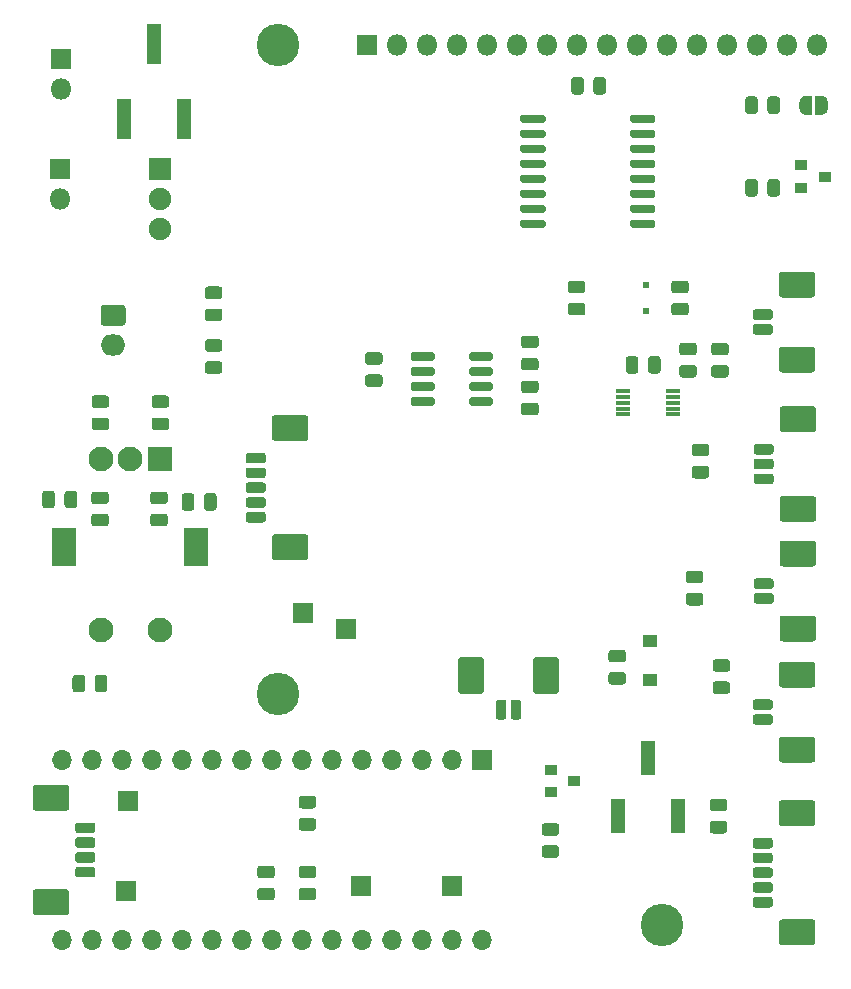
<source format=gbs>
G04 #@! TF.GenerationSoftware,KiCad,Pcbnew,5.1.6+dfsg1-1~bpo9+1*
G04 #@! TF.CreationDate,2022-04-20T06:51:38+02:00*
G04 #@! TF.ProjectId,sdrtrx-arduino,73647274-7278-42d6-9172-6475696e6f2e,rev?*
G04 #@! TF.SameCoordinates,Original*
G04 #@! TF.FileFunction,Soldermask,Bot*
G04 #@! TF.FilePolarity,Negative*
%FSLAX46Y46*%
G04 Gerber Fmt 4.6, Leading zero omitted, Abs format (unit mm)*
G04 Created by KiCad (PCBNEW 5.1.6+dfsg1-1~bpo9+1) date 2022-04-20 06:51:38*
%MOMM*%
%LPD*%
G01*
G04 APERTURE LIST*
%ADD10R,1.300000X1.000000*%
%ADD11R,1.800000X1.800000*%
%ADD12R,1.200000X0.350000*%
%ADD13R,1.290000X3.400000*%
%ADD14R,0.600000X0.600000*%
%ADD15O,2.100000X1.800000*%
%ADD16R,2.100000X2.100000*%
%ADD17C,2.100000*%
%ADD18R,2.100000X3.300000*%
%ADD19R,1.290000X2.890000*%
%ADD20R,1.000000X0.900000*%
%ADD21O,1.900000X1.900000*%
%ADD22R,1.900000X1.900000*%
%ADD23C,0.100000*%
%ADD24O,1.800000X1.800000*%
%ADD25C,3.600000*%
%ADD26O,1.700000X1.700000*%
%ADD27R,1.700000X1.700000*%
G04 APERTURE END LIST*
G36*
G01*
X150718750Y-75600000D02*
X151681250Y-75600000D01*
G75*
G02*
X151950000Y-75868750I0J-268750D01*
G01*
X151950000Y-76406250D01*
G75*
G02*
X151681250Y-76675000I-268750J0D01*
G01*
X150718750Y-76675000D01*
G75*
G02*
X150450000Y-76406250I0J268750D01*
G01*
X150450000Y-75868750D01*
G75*
G02*
X150718750Y-75600000I268750J0D01*
G01*
G37*
G36*
G01*
X150718750Y-73725000D02*
X151681250Y-73725000D01*
G75*
G02*
X151950000Y-73993750I0J-268750D01*
G01*
X151950000Y-74531250D01*
G75*
G02*
X151681250Y-74800000I-268750J0D01*
G01*
X150718750Y-74800000D01*
G75*
G02*
X150450000Y-74531250I0J268750D01*
G01*
X150450000Y-73993750D01*
G75*
G02*
X150718750Y-73725000I268750J0D01*
G01*
G37*
D10*
X154000000Y-76250000D03*
X154000000Y-72950000D03*
D11*
X124600000Y-70600000D03*
X128200000Y-72000000D03*
G36*
G01*
X135750000Y-48720000D02*
X135750000Y-49070000D01*
G75*
G02*
X135575000Y-49245000I-175000J0D01*
G01*
X133875000Y-49245000D01*
G75*
G02*
X133700000Y-49070000I0J175000D01*
G01*
X133700000Y-48720000D01*
G75*
G02*
X133875000Y-48545000I175000J0D01*
G01*
X135575000Y-48545000D01*
G75*
G02*
X135750000Y-48720000I0J-175000D01*
G01*
G37*
G36*
G01*
X135750000Y-49990000D02*
X135750000Y-50340000D01*
G75*
G02*
X135575000Y-50515000I-175000J0D01*
G01*
X133875000Y-50515000D01*
G75*
G02*
X133700000Y-50340000I0J175000D01*
G01*
X133700000Y-49990000D01*
G75*
G02*
X133875000Y-49815000I175000J0D01*
G01*
X135575000Y-49815000D01*
G75*
G02*
X135750000Y-49990000I0J-175000D01*
G01*
G37*
G36*
G01*
X135750000Y-51260000D02*
X135750000Y-51610000D01*
G75*
G02*
X135575000Y-51785000I-175000J0D01*
G01*
X133875000Y-51785000D01*
G75*
G02*
X133700000Y-51610000I0J175000D01*
G01*
X133700000Y-51260000D01*
G75*
G02*
X133875000Y-51085000I175000J0D01*
G01*
X135575000Y-51085000D01*
G75*
G02*
X135750000Y-51260000I0J-175000D01*
G01*
G37*
G36*
G01*
X135750000Y-52530000D02*
X135750000Y-52880000D01*
G75*
G02*
X135575000Y-53055000I-175000J0D01*
G01*
X133875000Y-53055000D01*
G75*
G02*
X133700000Y-52880000I0J175000D01*
G01*
X133700000Y-52530000D01*
G75*
G02*
X133875000Y-52355000I175000J0D01*
G01*
X135575000Y-52355000D01*
G75*
G02*
X135750000Y-52530000I0J-175000D01*
G01*
G37*
G36*
G01*
X140700000Y-52530000D02*
X140700000Y-52880000D01*
G75*
G02*
X140525000Y-53055000I-175000J0D01*
G01*
X138825000Y-53055000D01*
G75*
G02*
X138650000Y-52880000I0J175000D01*
G01*
X138650000Y-52530000D01*
G75*
G02*
X138825000Y-52355000I175000J0D01*
G01*
X140525000Y-52355000D01*
G75*
G02*
X140700000Y-52530000I0J-175000D01*
G01*
G37*
G36*
G01*
X140700000Y-51260000D02*
X140700000Y-51610000D01*
G75*
G02*
X140525000Y-51785000I-175000J0D01*
G01*
X138825000Y-51785000D01*
G75*
G02*
X138650000Y-51610000I0J175000D01*
G01*
X138650000Y-51260000D01*
G75*
G02*
X138825000Y-51085000I175000J0D01*
G01*
X140525000Y-51085000D01*
G75*
G02*
X140700000Y-51260000I0J-175000D01*
G01*
G37*
G36*
G01*
X140700000Y-49990000D02*
X140700000Y-50340000D01*
G75*
G02*
X140525000Y-50515000I-175000J0D01*
G01*
X138825000Y-50515000D01*
G75*
G02*
X138650000Y-50340000I0J175000D01*
G01*
X138650000Y-49990000D01*
G75*
G02*
X138825000Y-49815000I175000J0D01*
G01*
X140525000Y-49815000D01*
G75*
G02*
X140700000Y-49990000I0J-175000D01*
G01*
G37*
G36*
G01*
X140700000Y-48720000D02*
X140700000Y-49070000D01*
G75*
G02*
X140525000Y-49245000I-175000J0D01*
G01*
X138825000Y-49245000D01*
G75*
G02*
X138650000Y-49070000I0J175000D01*
G01*
X138650000Y-48720000D01*
G75*
G02*
X138825000Y-48545000I175000J0D01*
G01*
X140525000Y-48545000D01*
G75*
G02*
X140700000Y-48720000I0J-175000D01*
G01*
G37*
D12*
X151650000Y-51800000D03*
X151650000Y-52300000D03*
X151650000Y-52800000D03*
X151650000Y-53300000D03*
X151650000Y-53800000D03*
X155950000Y-53800000D03*
X155950000Y-53300000D03*
X155950000Y-52800000D03*
X155950000Y-52300000D03*
X155950000Y-51800000D03*
G36*
G01*
X143318750Y-49000000D02*
X144281250Y-49000000D01*
G75*
G02*
X144550000Y-49268750I0J-268750D01*
G01*
X144550000Y-49806250D01*
G75*
G02*
X144281250Y-50075000I-268750J0D01*
G01*
X143318750Y-50075000D01*
G75*
G02*
X143050000Y-49806250I0J268750D01*
G01*
X143050000Y-49268750D01*
G75*
G02*
X143318750Y-49000000I268750J0D01*
G01*
G37*
G36*
G01*
X143318750Y-47125000D02*
X144281250Y-47125000D01*
G75*
G02*
X144550000Y-47393750I0J-268750D01*
G01*
X144550000Y-47931250D01*
G75*
G02*
X144281250Y-48200000I-268750J0D01*
G01*
X143318750Y-48200000D01*
G75*
G02*
X143050000Y-47931250I0J268750D01*
G01*
X143050000Y-47393750D01*
G75*
G02*
X143318750Y-47125000I268750J0D01*
G01*
G37*
G36*
G01*
X144281250Y-52000000D02*
X143318750Y-52000000D01*
G75*
G02*
X143050000Y-51731250I0J268750D01*
G01*
X143050000Y-51193750D01*
G75*
G02*
X143318750Y-50925000I268750J0D01*
G01*
X144281250Y-50925000D01*
G75*
G02*
X144550000Y-51193750I0J-268750D01*
G01*
X144550000Y-51731250D01*
G75*
G02*
X144281250Y-52000000I-268750J0D01*
G01*
G37*
G36*
G01*
X144281250Y-53875000D02*
X143318750Y-53875000D01*
G75*
G02*
X143050000Y-53606250I0J268750D01*
G01*
X143050000Y-53068750D01*
G75*
G02*
X143318750Y-52800000I268750J0D01*
G01*
X144281250Y-52800000D01*
G75*
G02*
X144550000Y-53068750I0J-268750D01*
G01*
X144550000Y-53606250D01*
G75*
G02*
X144281250Y-53875000I-268750J0D01*
G01*
G37*
G36*
G01*
X153800000Y-50081250D02*
X153800000Y-49118750D01*
G75*
G02*
X154068750Y-48850000I268750J0D01*
G01*
X154606250Y-48850000D01*
G75*
G02*
X154875000Y-49118750I0J-268750D01*
G01*
X154875000Y-50081250D01*
G75*
G02*
X154606250Y-50350000I-268750J0D01*
G01*
X154068750Y-50350000D01*
G75*
G02*
X153800000Y-50081250I0J268750D01*
G01*
G37*
G36*
G01*
X151925000Y-50081250D02*
X151925000Y-49118750D01*
G75*
G02*
X152193750Y-48850000I268750J0D01*
G01*
X152731250Y-48850000D01*
G75*
G02*
X153000000Y-49118750I0J-268750D01*
G01*
X153000000Y-50081250D01*
G75*
G02*
X152731250Y-50350000I-268750J0D01*
G01*
X152193750Y-50350000D01*
G75*
G02*
X151925000Y-50081250I0J268750D01*
G01*
G37*
D13*
X114540000Y-28800000D03*
X112000000Y-22400000D03*
X109460000Y-28800000D03*
G36*
G01*
X106918750Y-62200000D02*
X107881250Y-62200000D01*
G75*
G02*
X108150000Y-62468750I0J-268750D01*
G01*
X108150000Y-63006250D01*
G75*
G02*
X107881250Y-63275000I-268750J0D01*
G01*
X106918750Y-63275000D01*
G75*
G02*
X106650000Y-63006250I0J268750D01*
G01*
X106650000Y-62468750D01*
G75*
G02*
X106918750Y-62200000I268750J0D01*
G01*
G37*
G36*
G01*
X106918750Y-60325000D02*
X107881250Y-60325000D01*
G75*
G02*
X108150000Y-60593750I0J-268750D01*
G01*
X108150000Y-61131250D01*
G75*
G02*
X107881250Y-61400000I-268750J0D01*
G01*
X106918750Y-61400000D01*
G75*
G02*
X106650000Y-61131250I0J268750D01*
G01*
X106650000Y-60593750D01*
G75*
G02*
X106918750Y-60325000I268750J0D01*
G01*
G37*
G36*
G01*
X112881250Y-61400000D02*
X111918750Y-61400000D01*
G75*
G02*
X111650000Y-61131250I0J268750D01*
G01*
X111650000Y-60593750D01*
G75*
G02*
X111918750Y-60325000I268750J0D01*
G01*
X112881250Y-60325000D01*
G75*
G02*
X113150000Y-60593750I0J-268750D01*
G01*
X113150000Y-61131250D01*
G75*
G02*
X112881250Y-61400000I-268750J0D01*
G01*
G37*
G36*
G01*
X112881250Y-63275000D02*
X111918750Y-63275000D01*
G75*
G02*
X111650000Y-63006250I0J268750D01*
G01*
X111650000Y-62468750D01*
G75*
G02*
X111918750Y-62200000I268750J0D01*
G01*
X112881250Y-62200000D01*
G75*
G02*
X113150000Y-62468750I0J-268750D01*
G01*
X113150000Y-63006250D01*
G75*
G02*
X112881250Y-63275000I-268750J0D01*
G01*
G37*
G36*
G01*
X144075000Y-77188095D02*
X144075000Y-74611905D01*
G75*
G02*
X144336905Y-74350000I261905J0D01*
G01*
X146013095Y-74350000D01*
G75*
G02*
X146275000Y-74611905I0J-261905D01*
G01*
X146275000Y-77188095D01*
G75*
G02*
X146013095Y-77450000I-261905J0D01*
G01*
X144336905Y-77450000D01*
G75*
G02*
X144075000Y-77188095I0J261905D01*
G01*
G37*
G36*
G01*
X137725000Y-77188095D02*
X137725000Y-74611905D01*
G75*
G02*
X137986905Y-74350000I261905J0D01*
G01*
X139663095Y-74350000D01*
G75*
G02*
X139925000Y-74611905I0J-261905D01*
G01*
X139925000Y-77188095D01*
G75*
G02*
X139663095Y-77450000I-261905J0D01*
G01*
X137986905Y-77450000D01*
G75*
G02*
X137725000Y-77188095I0J261905D01*
G01*
G37*
G36*
G01*
X142175000Y-79425000D02*
X142175000Y-78175000D01*
G75*
G02*
X142400000Y-77950000I225000J0D01*
G01*
X142850000Y-77950000D01*
G75*
G02*
X143075000Y-78175000I0J-225000D01*
G01*
X143075000Y-79425000D01*
G75*
G02*
X142850000Y-79650000I-225000J0D01*
G01*
X142400000Y-79650000D01*
G75*
G02*
X142175000Y-79425000I0J225000D01*
G01*
G37*
G36*
G01*
X140925000Y-79425000D02*
X140925000Y-78175000D01*
G75*
G02*
X141150000Y-77950000I225000J0D01*
G01*
X141600000Y-77950000D01*
G75*
G02*
X141825000Y-78175000I0J-225000D01*
G01*
X141825000Y-79425000D01*
G75*
G02*
X141600000Y-79650000I-225000J0D01*
G01*
X141150000Y-79650000D01*
G75*
G02*
X140925000Y-79425000I0J225000D01*
G01*
G37*
G36*
G01*
X165137405Y-96550000D02*
X167713595Y-96550000D01*
G75*
G02*
X167975500Y-96811905I0J-261905D01*
G01*
X167975500Y-98488095D01*
G75*
G02*
X167713595Y-98750000I-261905J0D01*
G01*
X165137405Y-98750000D01*
G75*
G02*
X164875500Y-98488095I0J261905D01*
G01*
X164875500Y-96811905D01*
G75*
G02*
X165137405Y-96550000I261905J0D01*
G01*
G37*
G36*
G01*
X165137405Y-86450000D02*
X167713595Y-86450000D01*
G75*
G02*
X167975500Y-86711905I0J-261905D01*
G01*
X167975500Y-88388095D01*
G75*
G02*
X167713595Y-88650000I-261905J0D01*
G01*
X165137405Y-88650000D01*
G75*
G02*
X164875500Y-88388095I0J261905D01*
G01*
X164875500Y-86711905D01*
G75*
G02*
X165137405Y-86450000I261905J0D01*
G01*
G37*
G36*
G01*
X162900500Y-94650000D02*
X164150500Y-94650000D01*
G75*
G02*
X164375500Y-94875000I0J-225000D01*
G01*
X164375500Y-95325000D01*
G75*
G02*
X164150500Y-95550000I-225000J0D01*
G01*
X162900500Y-95550000D01*
G75*
G02*
X162675500Y-95325000I0J225000D01*
G01*
X162675500Y-94875000D01*
G75*
G02*
X162900500Y-94650000I225000J0D01*
G01*
G37*
G36*
G01*
X162900500Y-93400000D02*
X164150500Y-93400000D01*
G75*
G02*
X164375500Y-93625000I0J-225000D01*
G01*
X164375500Y-94075000D01*
G75*
G02*
X164150500Y-94300000I-225000J0D01*
G01*
X162900500Y-94300000D01*
G75*
G02*
X162675500Y-94075000I0J225000D01*
G01*
X162675500Y-93625000D01*
G75*
G02*
X162900500Y-93400000I225000J0D01*
G01*
G37*
G36*
G01*
X162900500Y-92150000D02*
X164150500Y-92150000D01*
G75*
G02*
X164375500Y-92375000I0J-225000D01*
G01*
X164375500Y-92825000D01*
G75*
G02*
X164150500Y-93050000I-225000J0D01*
G01*
X162900500Y-93050000D01*
G75*
G02*
X162675500Y-92825000I0J225000D01*
G01*
X162675500Y-92375000D01*
G75*
G02*
X162900500Y-92150000I225000J0D01*
G01*
G37*
G36*
G01*
X162900500Y-90900000D02*
X164150500Y-90900000D01*
G75*
G02*
X164375500Y-91125000I0J-225000D01*
G01*
X164375500Y-91575000D01*
G75*
G02*
X164150500Y-91800000I-225000J0D01*
G01*
X162900500Y-91800000D01*
G75*
G02*
X162675500Y-91575000I0J225000D01*
G01*
X162675500Y-91125000D01*
G75*
G02*
X162900500Y-90900000I225000J0D01*
G01*
G37*
G36*
G01*
X162900500Y-89650000D02*
X164150500Y-89650000D01*
G75*
G02*
X164375500Y-89875000I0J-225000D01*
G01*
X164375500Y-90325000D01*
G75*
G02*
X164150500Y-90550000I-225000J0D01*
G01*
X162900500Y-90550000D01*
G75*
G02*
X162675500Y-90325000I0J225000D01*
G01*
X162675500Y-89875000D01*
G75*
G02*
X162900500Y-89650000I225000J0D01*
G01*
G37*
G36*
G01*
X122211905Y-63950000D02*
X124788095Y-63950000D01*
G75*
G02*
X125050000Y-64211905I0J-261905D01*
G01*
X125050000Y-65888095D01*
G75*
G02*
X124788095Y-66150000I-261905J0D01*
G01*
X122211905Y-66150000D01*
G75*
G02*
X121950000Y-65888095I0J261905D01*
G01*
X121950000Y-64211905D01*
G75*
G02*
X122211905Y-63950000I261905J0D01*
G01*
G37*
G36*
G01*
X122211905Y-53850000D02*
X124788095Y-53850000D01*
G75*
G02*
X125050000Y-54111905I0J-261905D01*
G01*
X125050000Y-55788095D01*
G75*
G02*
X124788095Y-56050000I-261905J0D01*
G01*
X122211905Y-56050000D01*
G75*
G02*
X121950000Y-55788095I0J261905D01*
G01*
X121950000Y-54111905D01*
G75*
G02*
X122211905Y-53850000I261905J0D01*
G01*
G37*
G36*
G01*
X119975000Y-62050000D02*
X121225000Y-62050000D01*
G75*
G02*
X121450000Y-62275000I0J-225000D01*
G01*
X121450000Y-62725000D01*
G75*
G02*
X121225000Y-62950000I-225000J0D01*
G01*
X119975000Y-62950000D01*
G75*
G02*
X119750000Y-62725000I0J225000D01*
G01*
X119750000Y-62275000D01*
G75*
G02*
X119975000Y-62050000I225000J0D01*
G01*
G37*
G36*
G01*
X119975000Y-60800000D02*
X121225000Y-60800000D01*
G75*
G02*
X121450000Y-61025000I0J-225000D01*
G01*
X121450000Y-61475000D01*
G75*
G02*
X121225000Y-61700000I-225000J0D01*
G01*
X119975000Y-61700000D01*
G75*
G02*
X119750000Y-61475000I0J225000D01*
G01*
X119750000Y-61025000D01*
G75*
G02*
X119975000Y-60800000I225000J0D01*
G01*
G37*
G36*
G01*
X119975000Y-59550000D02*
X121225000Y-59550000D01*
G75*
G02*
X121450000Y-59775000I0J-225000D01*
G01*
X121450000Y-60225000D01*
G75*
G02*
X121225000Y-60450000I-225000J0D01*
G01*
X119975000Y-60450000D01*
G75*
G02*
X119750000Y-60225000I0J225000D01*
G01*
X119750000Y-59775000D01*
G75*
G02*
X119975000Y-59550000I225000J0D01*
G01*
G37*
G36*
G01*
X119975000Y-58300000D02*
X121225000Y-58300000D01*
G75*
G02*
X121450000Y-58525000I0J-225000D01*
G01*
X121450000Y-58975000D01*
G75*
G02*
X121225000Y-59200000I-225000J0D01*
G01*
X119975000Y-59200000D01*
G75*
G02*
X119750000Y-58975000I0J225000D01*
G01*
X119750000Y-58525000D01*
G75*
G02*
X119975000Y-58300000I225000J0D01*
G01*
G37*
G36*
G01*
X119975000Y-57050000D02*
X121225000Y-57050000D01*
G75*
G02*
X121450000Y-57275000I0J-225000D01*
G01*
X121450000Y-57725000D01*
G75*
G02*
X121225000Y-57950000I-225000J0D01*
G01*
X119975000Y-57950000D01*
G75*
G02*
X119750000Y-57725000I0J225000D01*
G01*
X119750000Y-57275000D01*
G75*
G02*
X119975000Y-57050000I225000J0D01*
G01*
G37*
G36*
G01*
X103600000Y-60518750D02*
X103600000Y-61481250D01*
G75*
G02*
X103331250Y-61750000I-268750J0D01*
G01*
X102793750Y-61750000D01*
G75*
G02*
X102525000Y-61481250I0J268750D01*
G01*
X102525000Y-60518750D01*
G75*
G02*
X102793750Y-60250000I268750J0D01*
G01*
X103331250Y-60250000D01*
G75*
G02*
X103600000Y-60518750I0J-268750D01*
G01*
G37*
G36*
G01*
X105475000Y-60518750D02*
X105475000Y-61481250D01*
G75*
G02*
X105206250Y-61750000I-268750J0D01*
G01*
X104668750Y-61750000D01*
G75*
G02*
X104400000Y-61481250I0J268750D01*
G01*
X104400000Y-60518750D01*
G75*
G02*
X104668750Y-60250000I268750J0D01*
G01*
X105206250Y-60250000D01*
G75*
G02*
X105475000Y-60518750I0J-268750D01*
G01*
G37*
G36*
G01*
X115400000Y-60718750D02*
X115400000Y-61681250D01*
G75*
G02*
X115131250Y-61950000I-268750J0D01*
G01*
X114593750Y-61950000D01*
G75*
G02*
X114325000Y-61681250I0J268750D01*
G01*
X114325000Y-60718750D01*
G75*
G02*
X114593750Y-60450000I268750J0D01*
G01*
X115131250Y-60450000D01*
G75*
G02*
X115400000Y-60718750I0J-268750D01*
G01*
G37*
G36*
G01*
X117275000Y-60718750D02*
X117275000Y-61681250D01*
G75*
G02*
X117006250Y-61950000I-268750J0D01*
G01*
X116468750Y-61950000D01*
G75*
G02*
X116200000Y-61681250I0J268750D01*
G01*
X116200000Y-60718750D01*
G75*
G02*
X116468750Y-60450000I268750J0D01*
G01*
X117006250Y-60450000D01*
G75*
G02*
X117275000Y-60718750I0J-268750D01*
G01*
G37*
G36*
G01*
X158231250Y-68100000D02*
X157268750Y-68100000D01*
G75*
G02*
X157000000Y-67831250I0J268750D01*
G01*
X157000000Y-67293750D01*
G75*
G02*
X157268750Y-67025000I268750J0D01*
G01*
X158231250Y-67025000D01*
G75*
G02*
X158500000Y-67293750I0J-268750D01*
G01*
X158500000Y-67831250D01*
G75*
G02*
X158231250Y-68100000I-268750J0D01*
G01*
G37*
G36*
G01*
X158231250Y-69975000D02*
X157268750Y-69975000D01*
G75*
G02*
X157000000Y-69706250I0J268750D01*
G01*
X157000000Y-69168750D01*
G75*
G02*
X157268750Y-68900000I268750J0D01*
G01*
X158231250Y-68900000D01*
G75*
G02*
X158500000Y-69168750I0J-268750D01*
G01*
X158500000Y-69706250D01*
G75*
G02*
X158231250Y-69975000I-268750J0D01*
G01*
G37*
G36*
G01*
X165211905Y-70825000D02*
X167788095Y-70825000D01*
G75*
G02*
X168050000Y-71086905I0J-261905D01*
G01*
X168050000Y-72763095D01*
G75*
G02*
X167788095Y-73025000I-261905J0D01*
G01*
X165211905Y-73025000D01*
G75*
G02*
X164950000Y-72763095I0J261905D01*
G01*
X164950000Y-71086905D01*
G75*
G02*
X165211905Y-70825000I261905J0D01*
G01*
G37*
G36*
G01*
X165211905Y-64475000D02*
X167788095Y-64475000D01*
G75*
G02*
X168050000Y-64736905I0J-261905D01*
G01*
X168050000Y-66413095D01*
G75*
G02*
X167788095Y-66675000I-261905J0D01*
G01*
X165211905Y-66675000D01*
G75*
G02*
X164950000Y-66413095I0J261905D01*
G01*
X164950000Y-64736905D01*
G75*
G02*
X165211905Y-64475000I261905J0D01*
G01*
G37*
G36*
G01*
X162975000Y-68925000D02*
X164225000Y-68925000D01*
G75*
G02*
X164450000Y-69150000I0J-225000D01*
G01*
X164450000Y-69600000D01*
G75*
G02*
X164225000Y-69825000I-225000J0D01*
G01*
X162975000Y-69825000D01*
G75*
G02*
X162750000Y-69600000I0J225000D01*
G01*
X162750000Y-69150000D01*
G75*
G02*
X162975000Y-68925000I225000J0D01*
G01*
G37*
G36*
G01*
X162975000Y-67675000D02*
X164225000Y-67675000D01*
G75*
G02*
X164450000Y-67900000I0J-225000D01*
G01*
X164450000Y-68350000D01*
G75*
G02*
X164225000Y-68575000I-225000J0D01*
G01*
X162975000Y-68575000D01*
G75*
G02*
X162750000Y-68350000I0J225000D01*
G01*
X162750000Y-67900000D01*
G75*
G02*
X162975000Y-67675000I225000J0D01*
G01*
G37*
D14*
X153606500Y-45042000D03*
X153606500Y-42842000D03*
D11*
X129540000Y-93726000D03*
X109601000Y-94107000D03*
X137223500Y-93726000D03*
G36*
G01*
X165137405Y-48049000D02*
X167713595Y-48049000D01*
G75*
G02*
X167975500Y-48310905I0J-261905D01*
G01*
X167975500Y-49987095D01*
G75*
G02*
X167713595Y-50249000I-261905J0D01*
G01*
X165137405Y-50249000D01*
G75*
G02*
X164875500Y-49987095I0J261905D01*
G01*
X164875500Y-48310905D01*
G75*
G02*
X165137405Y-48049000I261905J0D01*
G01*
G37*
G36*
G01*
X165137405Y-41699000D02*
X167713595Y-41699000D01*
G75*
G02*
X167975500Y-41960905I0J-261905D01*
G01*
X167975500Y-43637095D01*
G75*
G02*
X167713595Y-43899000I-261905J0D01*
G01*
X165137405Y-43899000D01*
G75*
G02*
X164875500Y-43637095I0J261905D01*
G01*
X164875500Y-41960905D01*
G75*
G02*
X165137405Y-41699000I261905J0D01*
G01*
G37*
G36*
G01*
X162900500Y-46149000D02*
X164150500Y-46149000D01*
G75*
G02*
X164375500Y-46374000I0J-225000D01*
G01*
X164375500Y-46824000D01*
G75*
G02*
X164150500Y-47049000I-225000J0D01*
G01*
X162900500Y-47049000D01*
G75*
G02*
X162675500Y-46824000I0J225000D01*
G01*
X162675500Y-46374000D01*
G75*
G02*
X162900500Y-46149000I225000J0D01*
G01*
G37*
G36*
G01*
X162900500Y-44899000D02*
X164150500Y-44899000D01*
G75*
G02*
X164375500Y-45124000I0J-225000D01*
G01*
X164375500Y-45574000D01*
G75*
G02*
X164150500Y-45799000I-225000J0D01*
G01*
X162900500Y-45799000D01*
G75*
G02*
X162675500Y-45574000I0J225000D01*
G01*
X162675500Y-45124000D01*
G75*
G02*
X162900500Y-44899000I225000J0D01*
G01*
G37*
D15*
X108521500Y-47902500D03*
G36*
G01*
X107736206Y-44502500D02*
X109306794Y-44502500D01*
G75*
G02*
X109571500Y-44767206I0J-264706D01*
G01*
X109571500Y-46037794D01*
G75*
G02*
X109306794Y-46302500I-264706J0D01*
G01*
X107736206Y-46302500D01*
G75*
G02*
X107471500Y-46037794I0J264706D01*
G01*
X107471500Y-44767206D01*
G75*
G02*
X107736206Y-44502500I264706J0D01*
G01*
G37*
G36*
G01*
X104547095Y-87353000D02*
X101970905Y-87353000D01*
G75*
G02*
X101709000Y-87091095I0J261905D01*
G01*
X101709000Y-85414905D01*
G75*
G02*
X101970905Y-85153000I261905J0D01*
G01*
X104547095Y-85153000D01*
G75*
G02*
X104809000Y-85414905I0J-261905D01*
G01*
X104809000Y-87091095D01*
G75*
G02*
X104547095Y-87353000I-261905J0D01*
G01*
G37*
G36*
G01*
X104547095Y-96203000D02*
X101970905Y-96203000D01*
G75*
G02*
X101709000Y-95941095I0J261905D01*
G01*
X101709000Y-94264905D01*
G75*
G02*
X101970905Y-94003000I261905J0D01*
G01*
X104547095Y-94003000D01*
G75*
G02*
X104809000Y-94264905I0J-261905D01*
G01*
X104809000Y-95941095D01*
G75*
G02*
X104547095Y-96203000I-261905J0D01*
G01*
G37*
G36*
G01*
X106784000Y-89253000D02*
X105534000Y-89253000D01*
G75*
G02*
X105309000Y-89028000I0J225000D01*
G01*
X105309000Y-88578000D01*
G75*
G02*
X105534000Y-88353000I225000J0D01*
G01*
X106784000Y-88353000D01*
G75*
G02*
X107009000Y-88578000I0J-225000D01*
G01*
X107009000Y-89028000D01*
G75*
G02*
X106784000Y-89253000I-225000J0D01*
G01*
G37*
G36*
G01*
X106784000Y-90503000D02*
X105534000Y-90503000D01*
G75*
G02*
X105309000Y-90278000I0J225000D01*
G01*
X105309000Y-89828000D01*
G75*
G02*
X105534000Y-89603000I225000J0D01*
G01*
X106784000Y-89603000D01*
G75*
G02*
X107009000Y-89828000I0J-225000D01*
G01*
X107009000Y-90278000D01*
G75*
G02*
X106784000Y-90503000I-225000J0D01*
G01*
G37*
G36*
G01*
X106784000Y-91753000D02*
X105534000Y-91753000D01*
G75*
G02*
X105309000Y-91528000I0J225000D01*
G01*
X105309000Y-91078000D01*
G75*
G02*
X105534000Y-90853000I225000J0D01*
G01*
X106784000Y-90853000D01*
G75*
G02*
X107009000Y-91078000I0J-225000D01*
G01*
X107009000Y-91528000D01*
G75*
G02*
X106784000Y-91753000I-225000J0D01*
G01*
G37*
G36*
G01*
X106784000Y-93003000D02*
X105534000Y-93003000D01*
G75*
G02*
X105309000Y-92778000I0J225000D01*
G01*
X105309000Y-92328000D01*
G75*
G02*
X105534000Y-92103000I225000J0D01*
G01*
X106784000Y-92103000D01*
G75*
G02*
X107009000Y-92328000I0J-225000D01*
G01*
X107009000Y-92778000D01*
G75*
G02*
X106784000Y-93003000I-225000J0D01*
G01*
G37*
G36*
G01*
X165137405Y-81075000D02*
X167713595Y-81075000D01*
G75*
G02*
X167975500Y-81336905I0J-261905D01*
G01*
X167975500Y-83013095D01*
G75*
G02*
X167713595Y-83275000I-261905J0D01*
G01*
X165137405Y-83275000D01*
G75*
G02*
X164875500Y-83013095I0J261905D01*
G01*
X164875500Y-81336905D01*
G75*
G02*
X165137405Y-81075000I261905J0D01*
G01*
G37*
G36*
G01*
X165137405Y-74725000D02*
X167713595Y-74725000D01*
G75*
G02*
X167975500Y-74986905I0J-261905D01*
G01*
X167975500Y-76663095D01*
G75*
G02*
X167713595Y-76925000I-261905J0D01*
G01*
X165137405Y-76925000D01*
G75*
G02*
X164875500Y-76663095I0J261905D01*
G01*
X164875500Y-74986905D01*
G75*
G02*
X165137405Y-74725000I261905J0D01*
G01*
G37*
G36*
G01*
X162900500Y-79175000D02*
X164150500Y-79175000D01*
G75*
G02*
X164375500Y-79400000I0J-225000D01*
G01*
X164375500Y-79850000D01*
G75*
G02*
X164150500Y-80075000I-225000J0D01*
G01*
X162900500Y-80075000D01*
G75*
G02*
X162675500Y-79850000I0J225000D01*
G01*
X162675500Y-79400000D01*
G75*
G02*
X162900500Y-79175000I225000J0D01*
G01*
G37*
G36*
G01*
X162900500Y-77925000D02*
X164150500Y-77925000D01*
G75*
G02*
X164375500Y-78150000I0J-225000D01*
G01*
X164375500Y-78600000D01*
G75*
G02*
X164150500Y-78825000I-225000J0D01*
G01*
X162900500Y-78825000D01*
G75*
G02*
X162675500Y-78600000I0J225000D01*
G01*
X162675500Y-78150000D01*
G75*
G02*
X162900500Y-77925000I225000J0D01*
G01*
G37*
G36*
G01*
X165211905Y-60700000D02*
X167788095Y-60700000D01*
G75*
G02*
X168050000Y-60961905I0J-261905D01*
G01*
X168050000Y-62638095D01*
G75*
G02*
X167788095Y-62900000I-261905J0D01*
G01*
X165211905Y-62900000D01*
G75*
G02*
X164950000Y-62638095I0J261905D01*
G01*
X164950000Y-60961905D01*
G75*
G02*
X165211905Y-60700000I261905J0D01*
G01*
G37*
G36*
G01*
X165211905Y-53100000D02*
X167788095Y-53100000D01*
G75*
G02*
X168050000Y-53361905I0J-261905D01*
G01*
X168050000Y-55038095D01*
G75*
G02*
X167788095Y-55300000I-261905J0D01*
G01*
X165211905Y-55300000D01*
G75*
G02*
X164950000Y-55038095I0J261905D01*
G01*
X164950000Y-53361905D01*
G75*
G02*
X165211905Y-53100000I261905J0D01*
G01*
G37*
G36*
G01*
X162975000Y-58800000D02*
X164225000Y-58800000D01*
G75*
G02*
X164450000Y-59025000I0J-225000D01*
G01*
X164450000Y-59475000D01*
G75*
G02*
X164225000Y-59700000I-225000J0D01*
G01*
X162975000Y-59700000D01*
G75*
G02*
X162750000Y-59475000I0J225000D01*
G01*
X162750000Y-59025000D01*
G75*
G02*
X162975000Y-58800000I225000J0D01*
G01*
G37*
G36*
G01*
X162975000Y-57550000D02*
X164225000Y-57550000D01*
G75*
G02*
X164450000Y-57775000I0J-225000D01*
G01*
X164450000Y-58225000D01*
G75*
G02*
X164225000Y-58450000I-225000J0D01*
G01*
X162975000Y-58450000D01*
G75*
G02*
X162750000Y-58225000I0J225000D01*
G01*
X162750000Y-57775000D01*
G75*
G02*
X162975000Y-57550000I225000J0D01*
G01*
G37*
G36*
G01*
X162975000Y-56300000D02*
X164225000Y-56300000D01*
G75*
G02*
X164450000Y-56525000I0J-225000D01*
G01*
X164450000Y-56975000D01*
G75*
G02*
X164225000Y-57200000I-225000J0D01*
G01*
X162975000Y-57200000D01*
G75*
G02*
X162750000Y-56975000I0J225000D01*
G01*
X162750000Y-56525000D01*
G75*
G02*
X162975000Y-56300000I225000J0D01*
G01*
G37*
D11*
X109750000Y-86500000D03*
G36*
G01*
X152292000Y-37830500D02*
X152292000Y-37480500D01*
G75*
G02*
X152467000Y-37305500I175000J0D01*
G01*
X154267000Y-37305500D01*
G75*
G02*
X154442000Y-37480500I0J-175000D01*
G01*
X154442000Y-37830500D01*
G75*
G02*
X154267000Y-38005500I-175000J0D01*
G01*
X152467000Y-38005500D01*
G75*
G02*
X152292000Y-37830500I0J175000D01*
G01*
G37*
G36*
G01*
X152292000Y-36560500D02*
X152292000Y-36210500D01*
G75*
G02*
X152467000Y-36035500I175000J0D01*
G01*
X154267000Y-36035500D01*
G75*
G02*
X154442000Y-36210500I0J-175000D01*
G01*
X154442000Y-36560500D01*
G75*
G02*
X154267000Y-36735500I-175000J0D01*
G01*
X152467000Y-36735500D01*
G75*
G02*
X152292000Y-36560500I0J175000D01*
G01*
G37*
G36*
G01*
X152292000Y-35290500D02*
X152292000Y-34940500D01*
G75*
G02*
X152467000Y-34765500I175000J0D01*
G01*
X154267000Y-34765500D01*
G75*
G02*
X154442000Y-34940500I0J-175000D01*
G01*
X154442000Y-35290500D01*
G75*
G02*
X154267000Y-35465500I-175000J0D01*
G01*
X152467000Y-35465500D01*
G75*
G02*
X152292000Y-35290500I0J175000D01*
G01*
G37*
G36*
G01*
X152292000Y-34020500D02*
X152292000Y-33670500D01*
G75*
G02*
X152467000Y-33495500I175000J0D01*
G01*
X154267000Y-33495500D01*
G75*
G02*
X154442000Y-33670500I0J-175000D01*
G01*
X154442000Y-34020500D01*
G75*
G02*
X154267000Y-34195500I-175000J0D01*
G01*
X152467000Y-34195500D01*
G75*
G02*
X152292000Y-34020500I0J175000D01*
G01*
G37*
G36*
G01*
X152292000Y-32750500D02*
X152292000Y-32400500D01*
G75*
G02*
X152467000Y-32225500I175000J0D01*
G01*
X154267000Y-32225500D01*
G75*
G02*
X154442000Y-32400500I0J-175000D01*
G01*
X154442000Y-32750500D01*
G75*
G02*
X154267000Y-32925500I-175000J0D01*
G01*
X152467000Y-32925500D01*
G75*
G02*
X152292000Y-32750500I0J175000D01*
G01*
G37*
G36*
G01*
X152292000Y-31480500D02*
X152292000Y-31130500D01*
G75*
G02*
X152467000Y-30955500I175000J0D01*
G01*
X154267000Y-30955500D01*
G75*
G02*
X154442000Y-31130500I0J-175000D01*
G01*
X154442000Y-31480500D01*
G75*
G02*
X154267000Y-31655500I-175000J0D01*
G01*
X152467000Y-31655500D01*
G75*
G02*
X152292000Y-31480500I0J175000D01*
G01*
G37*
G36*
G01*
X152292000Y-30210500D02*
X152292000Y-29860500D01*
G75*
G02*
X152467000Y-29685500I175000J0D01*
G01*
X154267000Y-29685500D01*
G75*
G02*
X154442000Y-29860500I0J-175000D01*
G01*
X154442000Y-30210500D01*
G75*
G02*
X154267000Y-30385500I-175000J0D01*
G01*
X152467000Y-30385500D01*
G75*
G02*
X152292000Y-30210500I0J175000D01*
G01*
G37*
G36*
G01*
X152292000Y-28940500D02*
X152292000Y-28590500D01*
G75*
G02*
X152467000Y-28415500I175000J0D01*
G01*
X154267000Y-28415500D01*
G75*
G02*
X154442000Y-28590500I0J-175000D01*
G01*
X154442000Y-28940500D01*
G75*
G02*
X154267000Y-29115500I-175000J0D01*
G01*
X152467000Y-29115500D01*
G75*
G02*
X152292000Y-28940500I0J175000D01*
G01*
G37*
G36*
G01*
X142992000Y-28940500D02*
X142992000Y-28590500D01*
G75*
G02*
X143167000Y-28415500I175000J0D01*
G01*
X144967000Y-28415500D01*
G75*
G02*
X145142000Y-28590500I0J-175000D01*
G01*
X145142000Y-28940500D01*
G75*
G02*
X144967000Y-29115500I-175000J0D01*
G01*
X143167000Y-29115500D01*
G75*
G02*
X142992000Y-28940500I0J175000D01*
G01*
G37*
G36*
G01*
X142992000Y-30210500D02*
X142992000Y-29860500D01*
G75*
G02*
X143167000Y-29685500I175000J0D01*
G01*
X144967000Y-29685500D01*
G75*
G02*
X145142000Y-29860500I0J-175000D01*
G01*
X145142000Y-30210500D01*
G75*
G02*
X144967000Y-30385500I-175000J0D01*
G01*
X143167000Y-30385500D01*
G75*
G02*
X142992000Y-30210500I0J175000D01*
G01*
G37*
G36*
G01*
X142992000Y-31480500D02*
X142992000Y-31130500D01*
G75*
G02*
X143167000Y-30955500I175000J0D01*
G01*
X144967000Y-30955500D01*
G75*
G02*
X145142000Y-31130500I0J-175000D01*
G01*
X145142000Y-31480500D01*
G75*
G02*
X144967000Y-31655500I-175000J0D01*
G01*
X143167000Y-31655500D01*
G75*
G02*
X142992000Y-31480500I0J175000D01*
G01*
G37*
G36*
G01*
X142992000Y-32750500D02*
X142992000Y-32400500D01*
G75*
G02*
X143167000Y-32225500I175000J0D01*
G01*
X144967000Y-32225500D01*
G75*
G02*
X145142000Y-32400500I0J-175000D01*
G01*
X145142000Y-32750500D01*
G75*
G02*
X144967000Y-32925500I-175000J0D01*
G01*
X143167000Y-32925500D01*
G75*
G02*
X142992000Y-32750500I0J175000D01*
G01*
G37*
G36*
G01*
X142992000Y-34020500D02*
X142992000Y-33670500D01*
G75*
G02*
X143167000Y-33495500I175000J0D01*
G01*
X144967000Y-33495500D01*
G75*
G02*
X145142000Y-33670500I0J-175000D01*
G01*
X145142000Y-34020500D01*
G75*
G02*
X144967000Y-34195500I-175000J0D01*
G01*
X143167000Y-34195500D01*
G75*
G02*
X142992000Y-34020500I0J175000D01*
G01*
G37*
G36*
G01*
X142992000Y-35290500D02*
X142992000Y-34940500D01*
G75*
G02*
X143167000Y-34765500I175000J0D01*
G01*
X144967000Y-34765500D01*
G75*
G02*
X145142000Y-34940500I0J-175000D01*
G01*
X145142000Y-35290500D01*
G75*
G02*
X144967000Y-35465500I-175000J0D01*
G01*
X143167000Y-35465500D01*
G75*
G02*
X142992000Y-35290500I0J175000D01*
G01*
G37*
G36*
G01*
X142992000Y-36560500D02*
X142992000Y-36210500D01*
G75*
G02*
X143167000Y-36035500I175000J0D01*
G01*
X144967000Y-36035500D01*
G75*
G02*
X145142000Y-36210500I0J-175000D01*
G01*
X145142000Y-36560500D01*
G75*
G02*
X144967000Y-36735500I-175000J0D01*
G01*
X143167000Y-36735500D01*
G75*
G02*
X142992000Y-36560500I0J175000D01*
G01*
G37*
G36*
G01*
X142992000Y-37830500D02*
X142992000Y-37480500D01*
G75*
G02*
X143167000Y-37305500I175000J0D01*
G01*
X144967000Y-37305500D01*
G75*
G02*
X145142000Y-37480500I0J-175000D01*
G01*
X145142000Y-37830500D01*
G75*
G02*
X144967000Y-38005500I-175000J0D01*
G01*
X143167000Y-38005500D01*
G75*
G02*
X142992000Y-37830500I0J175000D01*
G01*
G37*
D16*
X112458500Y-57531000D03*
D17*
X109958500Y-57531000D03*
X107458500Y-57531000D03*
D18*
X115558500Y-65031000D03*
X104358500Y-65031000D03*
D17*
X112458500Y-72031000D03*
X107458500Y-72031000D03*
D19*
X151257000Y-87757000D03*
X153797000Y-82927000D03*
X156337000Y-87757000D03*
G36*
G01*
X160501250Y-75600000D02*
X159538750Y-75600000D01*
G75*
G02*
X159270000Y-75331250I0J268750D01*
G01*
X159270000Y-74793750D01*
G75*
G02*
X159538750Y-74525000I268750J0D01*
G01*
X160501250Y-74525000D01*
G75*
G02*
X160770000Y-74793750I0J-268750D01*
G01*
X160770000Y-75331250D01*
G75*
G02*
X160501250Y-75600000I-268750J0D01*
G01*
G37*
G36*
G01*
X160501250Y-77475000D02*
X159538750Y-77475000D01*
G75*
G02*
X159270000Y-77206250I0J268750D01*
G01*
X159270000Y-76668750D01*
G75*
G02*
X159538750Y-76400000I268750J0D01*
G01*
X160501250Y-76400000D01*
G75*
G02*
X160770000Y-76668750I0J-268750D01*
G01*
X160770000Y-77206250D01*
G75*
G02*
X160501250Y-77475000I-268750J0D01*
G01*
G37*
G36*
G01*
X163912500Y-28103750D02*
X163912500Y-27141250D01*
G75*
G02*
X164181250Y-26872500I268750J0D01*
G01*
X164718750Y-26872500D01*
G75*
G02*
X164987500Y-27141250I0J-268750D01*
G01*
X164987500Y-28103750D01*
G75*
G02*
X164718750Y-28372500I-268750J0D01*
G01*
X164181250Y-28372500D01*
G75*
G02*
X163912500Y-28103750I0J268750D01*
G01*
G37*
G36*
G01*
X162037500Y-28103750D02*
X162037500Y-27141250D01*
G75*
G02*
X162306250Y-26872500I268750J0D01*
G01*
X162843750Y-26872500D01*
G75*
G02*
X163112500Y-27141250I0J-268750D01*
G01*
X163112500Y-28103750D01*
G75*
G02*
X162843750Y-28372500I-268750J0D01*
G01*
X162306250Y-28372500D01*
G75*
G02*
X162037500Y-28103750I0J268750D01*
G01*
G37*
G36*
G01*
X163912500Y-35088750D02*
X163912500Y-34126250D01*
G75*
G02*
X164181250Y-33857500I268750J0D01*
G01*
X164718750Y-33857500D01*
G75*
G02*
X164987500Y-34126250I0J-268750D01*
G01*
X164987500Y-35088750D01*
G75*
G02*
X164718750Y-35357500I-268750J0D01*
G01*
X164181250Y-35357500D01*
G75*
G02*
X163912500Y-35088750I0J268750D01*
G01*
G37*
G36*
G01*
X162037500Y-35088750D02*
X162037500Y-34126250D01*
G75*
G02*
X162306250Y-33857500I268750J0D01*
G01*
X162843750Y-33857500D01*
G75*
G02*
X163112500Y-34126250I0J-268750D01*
G01*
X163112500Y-35088750D01*
G75*
G02*
X162843750Y-35357500I-268750J0D01*
G01*
X162306250Y-35357500D01*
G75*
G02*
X162037500Y-35088750I0J268750D01*
G01*
G37*
G36*
G01*
X160247250Y-87405500D02*
X159284750Y-87405500D01*
G75*
G02*
X159016000Y-87136750I0J268750D01*
G01*
X159016000Y-86599250D01*
G75*
G02*
X159284750Y-86330500I268750J0D01*
G01*
X160247250Y-86330500D01*
G75*
G02*
X160516000Y-86599250I0J-268750D01*
G01*
X160516000Y-87136750D01*
G75*
G02*
X160247250Y-87405500I-268750J0D01*
G01*
G37*
G36*
G01*
X160247250Y-89280500D02*
X159284750Y-89280500D01*
G75*
G02*
X159016000Y-89011750I0J268750D01*
G01*
X159016000Y-88474250D01*
G75*
G02*
X159284750Y-88205500I268750J0D01*
G01*
X160247250Y-88205500D01*
G75*
G02*
X160516000Y-88474250I0J-268750D01*
G01*
X160516000Y-89011750D01*
G75*
G02*
X160247250Y-89280500I-268750J0D01*
G01*
G37*
G36*
G01*
X124486750Y-93872000D02*
X125449250Y-93872000D01*
G75*
G02*
X125718000Y-94140750I0J-268750D01*
G01*
X125718000Y-94678250D01*
G75*
G02*
X125449250Y-94947000I-268750J0D01*
G01*
X124486750Y-94947000D01*
G75*
G02*
X124218000Y-94678250I0J268750D01*
G01*
X124218000Y-94140750D01*
G75*
G02*
X124486750Y-93872000I268750J0D01*
G01*
G37*
G36*
G01*
X124486750Y-91997000D02*
X125449250Y-91997000D01*
G75*
G02*
X125718000Y-92265750I0J-268750D01*
G01*
X125718000Y-92803250D01*
G75*
G02*
X125449250Y-93072000I-268750J0D01*
G01*
X124486750Y-93072000D01*
G75*
G02*
X124218000Y-92803250I0J268750D01*
G01*
X124218000Y-92265750D01*
G75*
G02*
X124486750Y-91997000I268750J0D01*
G01*
G37*
G36*
G01*
X120994250Y-93872000D02*
X121956750Y-93872000D01*
G75*
G02*
X122225500Y-94140750I0J-268750D01*
G01*
X122225500Y-94678250D01*
G75*
G02*
X121956750Y-94947000I-268750J0D01*
G01*
X120994250Y-94947000D01*
G75*
G02*
X120725500Y-94678250I0J268750D01*
G01*
X120725500Y-94140750D01*
G75*
G02*
X120994250Y-93872000I268750J0D01*
G01*
G37*
G36*
G01*
X120994250Y-91997000D02*
X121956750Y-91997000D01*
G75*
G02*
X122225500Y-92265750I0J-268750D01*
G01*
X122225500Y-92803250D01*
G75*
G02*
X121956750Y-93072000I-268750J0D01*
G01*
X120994250Y-93072000D01*
G75*
G02*
X120725500Y-92803250I0J268750D01*
G01*
X120725500Y-92265750D01*
G75*
G02*
X120994250Y-91997000I268750J0D01*
G01*
G37*
G36*
G01*
X145060750Y-90267500D02*
X146023250Y-90267500D01*
G75*
G02*
X146292000Y-90536250I0J-268750D01*
G01*
X146292000Y-91073750D01*
G75*
G02*
X146023250Y-91342500I-268750J0D01*
G01*
X145060750Y-91342500D01*
G75*
G02*
X144792000Y-91073750I0J268750D01*
G01*
X144792000Y-90536250D01*
G75*
G02*
X145060750Y-90267500I268750J0D01*
G01*
G37*
G36*
G01*
X145060750Y-88392500D02*
X146023250Y-88392500D01*
G75*
G02*
X146292000Y-88661250I0J-268750D01*
G01*
X146292000Y-89198750D01*
G75*
G02*
X146023250Y-89467500I-268750J0D01*
G01*
X145060750Y-89467500D01*
G75*
G02*
X144792000Y-89198750I0J268750D01*
G01*
X144792000Y-88661250D01*
G75*
G02*
X145060750Y-88392500I268750J0D01*
G01*
G37*
G36*
G01*
X157768750Y-58150000D02*
X158731250Y-58150000D01*
G75*
G02*
X159000000Y-58418750I0J-268750D01*
G01*
X159000000Y-58956250D01*
G75*
G02*
X158731250Y-59225000I-268750J0D01*
G01*
X157768750Y-59225000D01*
G75*
G02*
X157500000Y-58956250I0J268750D01*
G01*
X157500000Y-58418750D01*
G75*
G02*
X157768750Y-58150000I268750J0D01*
G01*
G37*
G36*
G01*
X157768750Y-56275000D02*
X158731250Y-56275000D01*
G75*
G02*
X159000000Y-56543750I0J-268750D01*
G01*
X159000000Y-57081250D01*
G75*
G02*
X158731250Y-57350000I-268750J0D01*
G01*
X157768750Y-57350000D01*
G75*
G02*
X157500000Y-57081250I0J268750D01*
G01*
X157500000Y-56543750D01*
G75*
G02*
X157768750Y-56275000I268750J0D01*
G01*
G37*
G36*
G01*
X106953000Y-77062250D02*
X106953000Y-76099750D01*
G75*
G02*
X107221750Y-75831000I268750J0D01*
G01*
X107759250Y-75831000D01*
G75*
G02*
X108028000Y-76099750I0J-268750D01*
G01*
X108028000Y-77062250D01*
G75*
G02*
X107759250Y-77331000I-268750J0D01*
G01*
X107221750Y-77331000D01*
G75*
G02*
X106953000Y-77062250I0J268750D01*
G01*
G37*
G36*
G01*
X105078000Y-77062250D02*
X105078000Y-76099750D01*
G75*
G02*
X105346750Y-75831000I268750J0D01*
G01*
X105884250Y-75831000D01*
G75*
G02*
X106153000Y-76099750I0J-268750D01*
G01*
X106153000Y-77062250D01*
G75*
G02*
X105884250Y-77331000I-268750J0D01*
G01*
X105346750Y-77331000D01*
G75*
G02*
X105078000Y-77062250I0J268750D01*
G01*
G37*
G36*
G01*
X125449250Y-87166500D02*
X124486750Y-87166500D01*
G75*
G02*
X124218000Y-86897750I0J268750D01*
G01*
X124218000Y-86360250D01*
G75*
G02*
X124486750Y-86091500I268750J0D01*
G01*
X125449250Y-86091500D01*
G75*
G02*
X125718000Y-86360250I0J-268750D01*
G01*
X125718000Y-86897750D01*
G75*
G02*
X125449250Y-87166500I-268750J0D01*
G01*
G37*
G36*
G01*
X125449250Y-89041500D02*
X124486750Y-89041500D01*
G75*
G02*
X124218000Y-88772750I0J268750D01*
G01*
X124218000Y-88235250D01*
G75*
G02*
X124486750Y-87966500I268750J0D01*
G01*
X125449250Y-87966500D01*
G75*
G02*
X125718000Y-88235250I0J-268750D01*
G01*
X125718000Y-88772750D01*
G75*
G02*
X125449250Y-89041500I-268750J0D01*
G01*
G37*
G36*
G01*
X156718750Y-49600000D02*
X157681250Y-49600000D01*
G75*
G02*
X157950000Y-49868750I0J-268750D01*
G01*
X157950000Y-50406250D01*
G75*
G02*
X157681250Y-50675000I-268750J0D01*
G01*
X156718750Y-50675000D01*
G75*
G02*
X156450000Y-50406250I0J268750D01*
G01*
X156450000Y-49868750D01*
G75*
G02*
X156718750Y-49600000I268750J0D01*
G01*
G37*
G36*
G01*
X156718750Y-47725000D02*
X157681250Y-47725000D01*
G75*
G02*
X157950000Y-47993750I0J-268750D01*
G01*
X157950000Y-48531250D01*
G75*
G02*
X157681250Y-48800000I-268750J0D01*
G01*
X156718750Y-48800000D01*
G75*
G02*
X156450000Y-48531250I0J268750D01*
G01*
X156450000Y-47993750D01*
G75*
G02*
X156718750Y-47725000I268750J0D01*
G01*
G37*
G36*
G01*
X116549250Y-44835000D02*
X117511750Y-44835000D01*
G75*
G02*
X117780500Y-45103750I0J-268750D01*
G01*
X117780500Y-45641250D01*
G75*
G02*
X117511750Y-45910000I-268750J0D01*
G01*
X116549250Y-45910000D01*
G75*
G02*
X116280500Y-45641250I0J268750D01*
G01*
X116280500Y-45103750D01*
G75*
G02*
X116549250Y-44835000I268750J0D01*
G01*
G37*
G36*
G01*
X116549250Y-42960000D02*
X117511750Y-42960000D01*
G75*
G02*
X117780500Y-43228750I0J-268750D01*
G01*
X117780500Y-43766250D01*
G75*
G02*
X117511750Y-44035000I-268750J0D01*
G01*
X116549250Y-44035000D01*
G75*
G02*
X116280500Y-43766250I0J268750D01*
G01*
X116280500Y-43228750D01*
G75*
G02*
X116549250Y-42960000I268750J0D01*
G01*
G37*
G36*
G01*
X157008750Y-43542000D02*
X156046250Y-43542000D01*
G75*
G02*
X155777500Y-43273250I0J268750D01*
G01*
X155777500Y-42735750D01*
G75*
G02*
X156046250Y-42467000I268750J0D01*
G01*
X157008750Y-42467000D01*
G75*
G02*
X157277500Y-42735750I0J-268750D01*
G01*
X157277500Y-43273250D01*
G75*
G02*
X157008750Y-43542000I-268750J0D01*
G01*
G37*
G36*
G01*
X157008750Y-45417000D02*
X156046250Y-45417000D01*
G75*
G02*
X155777500Y-45148250I0J268750D01*
G01*
X155777500Y-44610750D01*
G75*
G02*
X156046250Y-44342000I268750J0D01*
G01*
X157008750Y-44342000D01*
G75*
G02*
X157277500Y-44610750I0J-268750D01*
G01*
X157277500Y-45148250D01*
G75*
G02*
X157008750Y-45417000I-268750J0D01*
G01*
G37*
G36*
G01*
X106960750Y-54057500D02*
X107923250Y-54057500D01*
G75*
G02*
X108192000Y-54326250I0J-268750D01*
G01*
X108192000Y-54863750D01*
G75*
G02*
X107923250Y-55132500I-268750J0D01*
G01*
X106960750Y-55132500D01*
G75*
G02*
X106692000Y-54863750I0J268750D01*
G01*
X106692000Y-54326250D01*
G75*
G02*
X106960750Y-54057500I268750J0D01*
G01*
G37*
G36*
G01*
X106960750Y-52182500D02*
X107923250Y-52182500D01*
G75*
G02*
X108192000Y-52451250I0J-268750D01*
G01*
X108192000Y-52988750D01*
G75*
G02*
X107923250Y-53257500I-268750J0D01*
G01*
X106960750Y-53257500D01*
G75*
G02*
X106692000Y-52988750I0J268750D01*
G01*
X106692000Y-52451250D01*
G75*
G02*
X106960750Y-52182500I268750J0D01*
G01*
G37*
G36*
G01*
X159411750Y-49600000D02*
X160374250Y-49600000D01*
G75*
G02*
X160643000Y-49868750I0J-268750D01*
G01*
X160643000Y-50406250D01*
G75*
G02*
X160374250Y-50675000I-268750J0D01*
G01*
X159411750Y-50675000D01*
G75*
G02*
X159143000Y-50406250I0J268750D01*
G01*
X159143000Y-49868750D01*
G75*
G02*
X159411750Y-49600000I268750J0D01*
G01*
G37*
G36*
G01*
X159411750Y-47725000D02*
X160374250Y-47725000D01*
G75*
G02*
X160643000Y-47993750I0J-268750D01*
G01*
X160643000Y-48531250D01*
G75*
G02*
X160374250Y-48800000I-268750J0D01*
G01*
X159411750Y-48800000D01*
G75*
G02*
X159143000Y-48531250I0J268750D01*
G01*
X159143000Y-47993750D01*
G75*
G02*
X159411750Y-47725000I268750J0D01*
G01*
G37*
G36*
G01*
X112040750Y-54057500D02*
X113003250Y-54057500D01*
G75*
G02*
X113272000Y-54326250I0J-268750D01*
G01*
X113272000Y-54863750D01*
G75*
G02*
X113003250Y-55132500I-268750J0D01*
G01*
X112040750Y-55132500D01*
G75*
G02*
X111772000Y-54863750I0J268750D01*
G01*
X111772000Y-54326250D01*
G75*
G02*
X112040750Y-54057500I268750J0D01*
G01*
G37*
G36*
G01*
X112040750Y-52182500D02*
X113003250Y-52182500D01*
G75*
G02*
X113272000Y-52451250I0J-268750D01*
G01*
X113272000Y-52988750D01*
G75*
G02*
X113003250Y-53257500I-268750J0D01*
G01*
X112040750Y-53257500D01*
G75*
G02*
X111772000Y-52988750I0J268750D01*
G01*
X111772000Y-52451250D01*
G75*
G02*
X112040750Y-52182500I268750J0D01*
G01*
G37*
D20*
X168767000Y-33655000D03*
X166767000Y-32705000D03*
X166767000Y-34605000D03*
X147558000Y-84836000D03*
X145558000Y-83886000D03*
X145558000Y-85786000D03*
D21*
X112458500Y-38100000D03*
X112458500Y-35560000D03*
D22*
X112458500Y-33020000D03*
D23*
G36*
X167174389Y-28421898D02*
G01*
X167155966Y-28421898D01*
X167151065Y-28421657D01*
X167102234Y-28416847D01*
X167097381Y-28416127D01*
X167049256Y-28406555D01*
X167044495Y-28405363D01*
X166997540Y-28391119D01*
X166992921Y-28389466D01*
X166947588Y-28370689D01*
X166943151Y-28368591D01*
X166899878Y-28345460D01*
X166895671Y-28342938D01*
X166854872Y-28315678D01*
X166850930Y-28312754D01*
X166813001Y-28281626D01*
X166809366Y-28278331D01*
X166774669Y-28243634D01*
X166771374Y-28239999D01*
X166740246Y-28202070D01*
X166737322Y-28198128D01*
X166710062Y-28157329D01*
X166707540Y-28153122D01*
X166684409Y-28109849D01*
X166682311Y-28105412D01*
X166663534Y-28060079D01*
X166661881Y-28055460D01*
X166647637Y-28008505D01*
X166646445Y-28003744D01*
X166636873Y-27955619D01*
X166636153Y-27950766D01*
X166631343Y-27901935D01*
X166631102Y-27897034D01*
X166631102Y-27878611D01*
X166630500Y-27872500D01*
X166630500Y-27372500D01*
X166631102Y-27366389D01*
X166631102Y-27347966D01*
X166631343Y-27343065D01*
X166636153Y-27294234D01*
X166636873Y-27289381D01*
X166646445Y-27241256D01*
X166647637Y-27236495D01*
X166661881Y-27189540D01*
X166663534Y-27184921D01*
X166682311Y-27139588D01*
X166684409Y-27135151D01*
X166707540Y-27091878D01*
X166710062Y-27087671D01*
X166737322Y-27046872D01*
X166740246Y-27042930D01*
X166771374Y-27005001D01*
X166774669Y-27001366D01*
X166809366Y-26966669D01*
X166813001Y-26963374D01*
X166850930Y-26932246D01*
X166854872Y-26929322D01*
X166895671Y-26902062D01*
X166899878Y-26899540D01*
X166943151Y-26876409D01*
X166947588Y-26874311D01*
X166992921Y-26855534D01*
X166997540Y-26853881D01*
X167044495Y-26839637D01*
X167049256Y-26838445D01*
X167097381Y-26828873D01*
X167102234Y-26828153D01*
X167151065Y-26823343D01*
X167155966Y-26823102D01*
X167174389Y-26823102D01*
X167180500Y-26822500D01*
X167680500Y-26822500D01*
X167690255Y-26823461D01*
X167699634Y-26826306D01*
X167708279Y-26830927D01*
X167715855Y-26837145D01*
X167722073Y-26844721D01*
X167726694Y-26853366D01*
X167729539Y-26862745D01*
X167730500Y-26872500D01*
X167730500Y-28372500D01*
X167729539Y-28382255D01*
X167726694Y-28391634D01*
X167722073Y-28400279D01*
X167715855Y-28407855D01*
X167708279Y-28414073D01*
X167699634Y-28418694D01*
X167690255Y-28421539D01*
X167680500Y-28422500D01*
X167180500Y-28422500D01*
X167174389Y-28421898D01*
G37*
G36*
X167970745Y-28421539D02*
G01*
X167961366Y-28418694D01*
X167952721Y-28414073D01*
X167945145Y-28407855D01*
X167938927Y-28400279D01*
X167934306Y-28391634D01*
X167931461Y-28382255D01*
X167930500Y-28372500D01*
X167930500Y-26872500D01*
X167931461Y-26862745D01*
X167934306Y-26853366D01*
X167938927Y-26844721D01*
X167945145Y-26837145D01*
X167952721Y-26830927D01*
X167961366Y-26826306D01*
X167970745Y-26823461D01*
X167980500Y-26822500D01*
X168480500Y-26822500D01*
X168486611Y-26823102D01*
X168505034Y-26823102D01*
X168509935Y-26823343D01*
X168558766Y-26828153D01*
X168563619Y-26828873D01*
X168611744Y-26838445D01*
X168616505Y-26839637D01*
X168663460Y-26853881D01*
X168668079Y-26855534D01*
X168713412Y-26874311D01*
X168717849Y-26876409D01*
X168761122Y-26899540D01*
X168765329Y-26902062D01*
X168806128Y-26929322D01*
X168810070Y-26932246D01*
X168847999Y-26963374D01*
X168851634Y-26966669D01*
X168886331Y-27001366D01*
X168889626Y-27005001D01*
X168920754Y-27042930D01*
X168923678Y-27046872D01*
X168950938Y-27087671D01*
X168953460Y-27091878D01*
X168976591Y-27135151D01*
X168978689Y-27139588D01*
X168997466Y-27184921D01*
X168999119Y-27189540D01*
X169013363Y-27236495D01*
X169014555Y-27241256D01*
X169024127Y-27289381D01*
X169024847Y-27294234D01*
X169029657Y-27343065D01*
X169029898Y-27347966D01*
X169029898Y-27366389D01*
X169030500Y-27372500D01*
X169030500Y-27872500D01*
X169029898Y-27878611D01*
X169029898Y-27897034D01*
X169029657Y-27901935D01*
X169024847Y-27950766D01*
X169024127Y-27955619D01*
X169014555Y-28003744D01*
X169013363Y-28008505D01*
X168999119Y-28055460D01*
X168997466Y-28060079D01*
X168978689Y-28105412D01*
X168976591Y-28109849D01*
X168953460Y-28153122D01*
X168950938Y-28157329D01*
X168923678Y-28198128D01*
X168920754Y-28202070D01*
X168889626Y-28239999D01*
X168886331Y-28243634D01*
X168851634Y-28278331D01*
X168847999Y-28281626D01*
X168810070Y-28312754D01*
X168806128Y-28315678D01*
X168765329Y-28342938D01*
X168761122Y-28345460D01*
X168717849Y-28368591D01*
X168713412Y-28370689D01*
X168668079Y-28389466D01*
X168663460Y-28391119D01*
X168616505Y-28405363D01*
X168611744Y-28406555D01*
X168563619Y-28416127D01*
X168558766Y-28416847D01*
X168509935Y-28421657D01*
X168505034Y-28421898D01*
X168486611Y-28421898D01*
X168480500Y-28422500D01*
X167980500Y-28422500D01*
X167970745Y-28421539D01*
G37*
D24*
X168100000Y-22540000D03*
X165560000Y-22540000D03*
X163020000Y-22540000D03*
X160480000Y-22540000D03*
X157940000Y-22540000D03*
X155400000Y-22540000D03*
X152860000Y-22540000D03*
X150320000Y-22540000D03*
X147780000Y-22540000D03*
X145240000Y-22540000D03*
X142700000Y-22540000D03*
X140160000Y-22540000D03*
X137620000Y-22540000D03*
X135080000Y-22540000D03*
X132540000Y-22540000D03*
D11*
X130000000Y-22540000D03*
D24*
X104013000Y-35560000D03*
D11*
X104013000Y-33020000D03*
D24*
X104076500Y-26225500D03*
D11*
X104076500Y-23685500D03*
D25*
X155000000Y-97000000D03*
X122500000Y-22500000D03*
X122500000Y-77500000D03*
G36*
G01*
X117511750Y-48495000D02*
X116549250Y-48495000D01*
G75*
G02*
X116280500Y-48226250I0J268750D01*
G01*
X116280500Y-47688750D01*
G75*
G02*
X116549250Y-47420000I268750J0D01*
G01*
X117511750Y-47420000D01*
G75*
G02*
X117780500Y-47688750I0J-268750D01*
G01*
X117780500Y-48226250D01*
G75*
G02*
X117511750Y-48495000I-268750J0D01*
G01*
G37*
G36*
G01*
X117511750Y-50370000D02*
X116549250Y-50370000D01*
G75*
G02*
X116280500Y-50101250I0J268750D01*
G01*
X116280500Y-49563750D01*
G75*
G02*
X116549250Y-49295000I268750J0D01*
G01*
X117511750Y-49295000D01*
G75*
G02*
X117780500Y-49563750I0J-268750D01*
G01*
X117780500Y-50101250D01*
G75*
G02*
X117511750Y-50370000I-268750J0D01*
G01*
G37*
G36*
G01*
X148380500Y-25490250D02*
X148380500Y-26452750D01*
G75*
G02*
X148111750Y-26721500I-268750J0D01*
G01*
X147574250Y-26721500D01*
G75*
G02*
X147305500Y-26452750I0J268750D01*
G01*
X147305500Y-25490250D01*
G75*
G02*
X147574250Y-25221500I268750J0D01*
G01*
X148111750Y-25221500D01*
G75*
G02*
X148380500Y-25490250I0J-268750D01*
G01*
G37*
G36*
G01*
X150255500Y-25490250D02*
X150255500Y-26452750D01*
G75*
G02*
X149986750Y-26721500I-268750J0D01*
G01*
X149449250Y-26721500D01*
G75*
G02*
X149180500Y-26452750I0J268750D01*
G01*
X149180500Y-25490250D01*
G75*
G02*
X149449250Y-25221500I268750J0D01*
G01*
X149986750Y-25221500D01*
G75*
G02*
X150255500Y-25490250I0J-268750D01*
G01*
G37*
G36*
G01*
X130118750Y-50400000D02*
X131081250Y-50400000D01*
G75*
G02*
X131350000Y-50668750I0J-268750D01*
G01*
X131350000Y-51206250D01*
G75*
G02*
X131081250Y-51475000I-268750J0D01*
G01*
X130118750Y-51475000D01*
G75*
G02*
X129850000Y-51206250I0J268750D01*
G01*
X129850000Y-50668750D01*
G75*
G02*
X130118750Y-50400000I268750J0D01*
G01*
G37*
G36*
G01*
X130118750Y-48525000D02*
X131081250Y-48525000D01*
G75*
G02*
X131350000Y-48793750I0J-268750D01*
G01*
X131350000Y-49331250D01*
G75*
G02*
X131081250Y-49600000I-268750J0D01*
G01*
X130118750Y-49600000D01*
G75*
G02*
X129850000Y-49331250I0J268750D01*
G01*
X129850000Y-48793750D01*
G75*
G02*
X130118750Y-48525000I268750J0D01*
G01*
G37*
G36*
G01*
X147283250Y-44342000D02*
X148245750Y-44342000D01*
G75*
G02*
X148514500Y-44610750I0J-268750D01*
G01*
X148514500Y-45148250D01*
G75*
G02*
X148245750Y-45417000I-268750J0D01*
G01*
X147283250Y-45417000D01*
G75*
G02*
X147014500Y-45148250I0J268750D01*
G01*
X147014500Y-44610750D01*
G75*
G02*
X147283250Y-44342000I268750J0D01*
G01*
G37*
G36*
G01*
X147283250Y-42467000D02*
X148245750Y-42467000D01*
G75*
G02*
X148514500Y-42735750I0J-268750D01*
G01*
X148514500Y-43273250D01*
G75*
G02*
X148245750Y-43542000I-268750J0D01*
G01*
X147283250Y-43542000D01*
G75*
G02*
X147014500Y-43273250I0J268750D01*
G01*
X147014500Y-42735750D01*
G75*
G02*
X147283250Y-42467000I268750J0D01*
G01*
G37*
D26*
X104203500Y-98298000D03*
X104203500Y-83058000D03*
X139763500Y-98298000D03*
X106743500Y-83058000D03*
X137223500Y-98298000D03*
X109283500Y-83058000D03*
X134683500Y-98298000D03*
X111823500Y-83058000D03*
X132143500Y-98298000D03*
X114363500Y-83058000D03*
X129603500Y-98298000D03*
X116903500Y-83058000D03*
X127063500Y-98298000D03*
X119443500Y-83058000D03*
X124523500Y-98298000D03*
X121983500Y-83058000D03*
X121983500Y-98298000D03*
X124523500Y-83058000D03*
X119443500Y-98298000D03*
X127063500Y-83058000D03*
X116903500Y-98298000D03*
X129603500Y-83058000D03*
X114363500Y-98298000D03*
X132143500Y-83058000D03*
X111823500Y-98298000D03*
X134683500Y-83058000D03*
X109283500Y-98298000D03*
X137223500Y-83058000D03*
X106743500Y-98298000D03*
D27*
X139763500Y-83058000D03*
M02*

</source>
